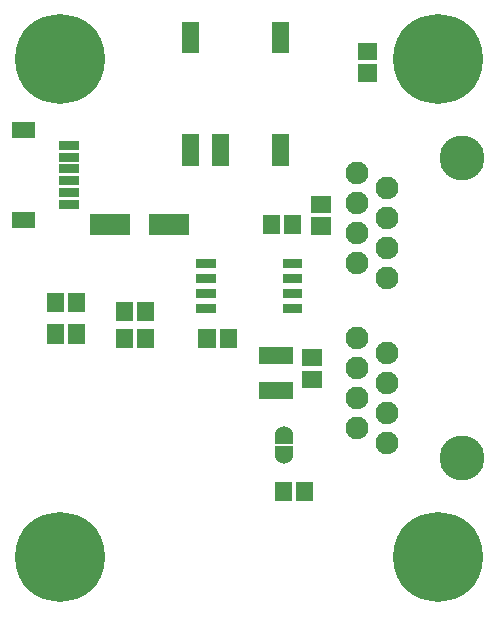
<source format=gbr>
G04 start of page 6 for group -4063 idx -4063 *
G04 Title: (unknown), componentmask *
G04 Creator: pcb 4.0.2 *
G04 CreationDate: Wed Oct 14 23:17:38 2020 UTC *
G04 For: ndholmes *
G04 Format: Gerber/RS-274X *
G04 PCB-Dimensions (mil): 1600.00 2000.00 *
G04 PCB-Coordinate-Origin: lower left *
%MOIN*%
%FSLAX25Y25*%
%LNTOPMASK*%
%ADD42C,0.0001*%
%ADD41C,0.0600*%
%ADD40C,0.1500*%
%ADD39C,0.0760*%
%ADD38C,0.2997*%
G54D38*X143000Y17000D03*
X17000D03*
G54D39*X126000Y55000D03*
X116000Y60000D03*
X126000Y65000D03*
G54D40*X151000Y50000D03*
G54D38*X143000Y183000D03*
X17000D03*
G54D39*X116000Y70000D03*
X126000Y75000D03*
X116000Y80000D03*
Y90000D03*
Y115000D03*
Y125000D03*
Y135000D03*
Y145000D03*
X126000Y85000D03*
Y110000D03*
Y120000D03*
Y130000D03*
Y140000D03*
G54D40*X151000Y150000D03*
G54D41*X91500Y51000D03*
G54D42*G36*
X88500Y54000D02*Y51000D01*
X94500D01*
Y54000D01*
X88500D01*
G37*
G54D41*X91500Y57800D03*
G54D42*G36*
X88500D02*Y54800D01*
X94500D01*
Y57800D01*
X88500D01*
G37*
G36*
X83386Y75454D02*Y69736D01*
X94614D01*
Y75454D01*
X83386D01*
G37*
G36*
X75902Y93252D02*X70184D01*
Y86748D01*
X75902D01*
Y93252D01*
G37*
G36*
X91200Y101400D02*Y98600D01*
X97600D01*
Y101400D01*
X91200D01*
G37*
G36*
Y106400D02*Y103600D01*
X97600D01*
Y106400D01*
X91200D01*
G37*
G36*
Y111400D02*Y108600D01*
X97600D01*
Y111400D01*
X91200D01*
G37*
G36*
Y116400D02*Y113600D01*
X97600D01*
Y116400D01*
X91200D01*
G37*
G36*
X83386Y87264D02*Y81546D01*
X94614D01*
Y87264D01*
X83386D01*
G37*
G36*
X68816Y93252D02*X63098D01*
Y86748D01*
X68816D01*
Y93252D01*
G37*
G36*
X62400Y111400D02*Y108600D01*
X68800D01*
Y111400D01*
X62400D01*
G37*
G36*
Y106400D02*Y103600D01*
X68800D01*
Y106400D01*
X62400D01*
G37*
G36*
Y101400D02*Y98600D01*
X68800D01*
Y101400D01*
X62400D01*
G37*
G36*
X101402Y42252D02*X95684D01*
Y35748D01*
X101402D01*
Y42252D01*
G37*
G36*
X97748Y79273D02*Y73555D01*
X104252D01*
Y79273D01*
X97748D01*
G37*
G36*
Y86359D02*Y80641D01*
X104252D01*
Y86359D01*
X97748D01*
G37*
G36*
X94316Y42252D02*X88598D01*
Y35748D01*
X94316D01*
Y42252D01*
G37*
G36*
X18316Y94752D02*X12598D01*
Y88248D01*
X18316D01*
Y94752D01*
G37*
G36*
X25402D02*X19684D01*
Y88248D01*
X25402D01*
Y94752D01*
G37*
G36*
X18273Y105252D02*X12555D01*
Y98748D01*
X18273D01*
Y105252D01*
G37*
G36*
X25359D02*X19641D01*
Y98748D01*
X25359D01*
Y105252D01*
G37*
G36*
X48402Y102252D02*X42684D01*
Y95748D01*
X48402D01*
Y102252D01*
G37*
G36*
X41316D02*X35598D01*
Y95748D01*
X41316D01*
Y102252D01*
G37*
G36*
Y93252D02*X35598D01*
Y86748D01*
X41316D01*
Y93252D01*
G37*
G36*
X48402D02*X42684D01*
Y86748D01*
X48402D01*
Y93252D01*
G37*
G36*
X16649Y155824D02*Y152862D01*
X23351D01*
Y155824D01*
X16649D01*
G37*
G36*
Y151887D02*Y148925D01*
X23351D01*
Y151887D01*
X16649D01*
G37*
G36*
Y147950D02*Y144988D01*
X23351D01*
Y147950D01*
X16649D01*
G37*
G36*
Y144012D02*Y141050D01*
X23351D01*
Y144012D01*
X16649D01*
G37*
G36*
Y140075D02*Y137113D01*
X23351D01*
Y140075D01*
X16649D01*
G37*
G36*
Y136138D02*Y133176D01*
X23351D01*
Y136138D01*
X16649D01*
G37*
G36*
X901Y132201D02*Y126877D01*
X8587D01*
Y132201D01*
X901D01*
G37*
G36*
X27058Y131450D02*Y124550D01*
X40257D01*
Y131450D01*
X27058D01*
G37*
G36*
X46743D02*Y124550D01*
X59942D01*
Y131450D01*
X46743D01*
G37*
G36*
X901Y162123D02*Y156799D01*
X8587D01*
Y162123D01*
X901D01*
G37*
G36*
X63300Y158000D02*X57700D01*
Y147400D01*
X63300D01*
Y158000D01*
G37*
G36*
X62400Y116400D02*Y113600D01*
X68800D01*
Y116400D01*
X62400D01*
G37*
G36*
X73300Y158000D02*X67700D01*
Y147400D01*
X73300D01*
Y158000D01*
G37*
G36*
X90316Y131252D02*X84598D01*
Y124748D01*
X90316D01*
Y131252D01*
G37*
G36*
X97402D02*X91684D01*
Y124748D01*
X97402D01*
Y131252D01*
G37*
G36*
X100748Y130316D02*Y124598D01*
X107252D01*
Y130316D01*
X100748D01*
G37*
G36*
Y137402D02*Y131684D01*
X107252D01*
Y137402D01*
X100748D01*
G37*
G36*
X116248Y188402D02*Y182684D01*
X122752D01*
Y188402D01*
X116248D01*
G37*
G36*
Y181316D02*Y175598D01*
X122752D01*
Y181316D01*
X116248D01*
G37*
G36*
X93300Y158000D02*X87700D01*
Y147400D01*
X93300D01*
Y158000D01*
G37*
G36*
X63300Y195600D02*X57700D01*
Y185000D01*
X63300D01*
Y195600D01*
G37*
G36*
X93300D02*X87700D01*
Y185000D01*
X93300D01*
Y195600D01*
G37*
M02*

</source>
